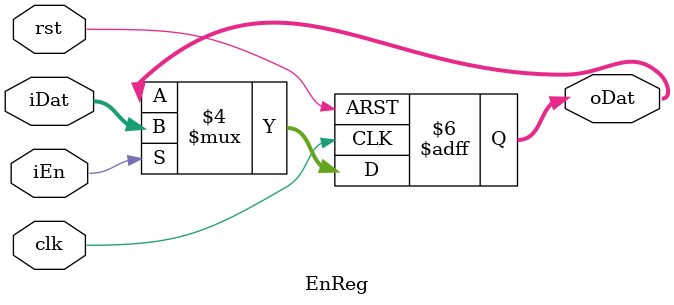
<source format=sv>
module EnReg
#(DATA_WIDTH = 64
)(
  input                         clk,
  input                         rst,
  input                         iEn,
  input        [DATA_WIDTH-1:0] iDat,
  output logic [DATA_WIDTH-1:0] oDat
);

  always_ff @(posedge clk, negedge rst) begin
    if(!rst) begin
      oDat <= '0;
    end else begin
      if (iEn) begin
        oDat <= iDat;
      end else begin
        oDat <= oDat;
    end
  end

  end
endmodule
</source>
